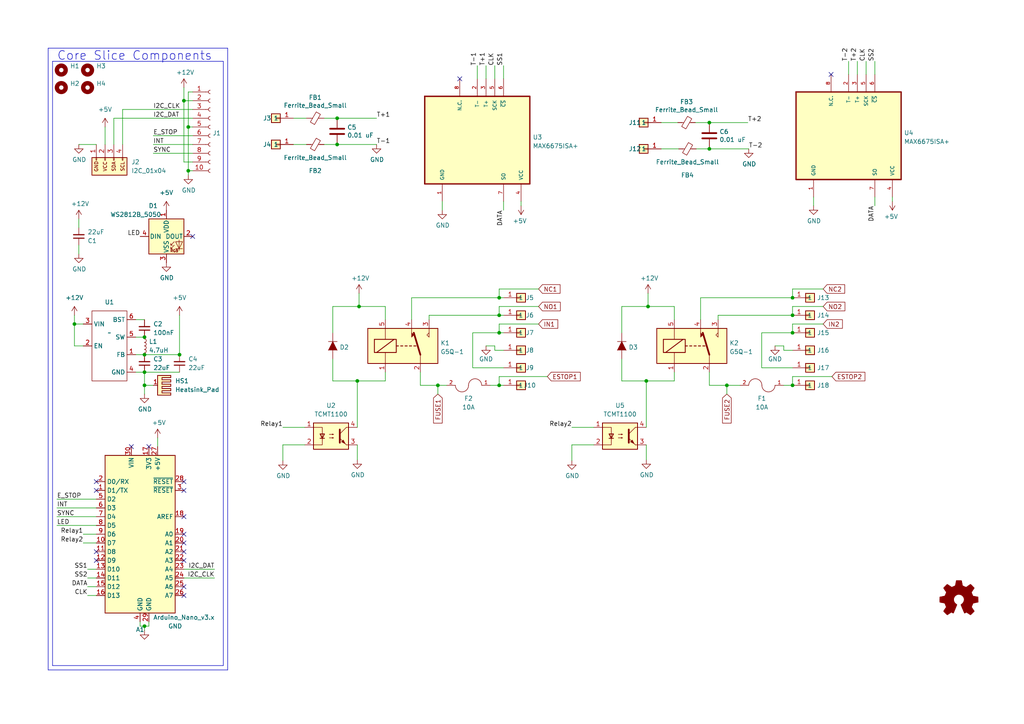
<source format=kicad_sch>
(kicad_sch (version 20230121) (generator eeschema)
  (paper "A4")
  (lib_symbols
    (symbol "Connector:Conn_01x10_Female" (pin_names (offset 1.016) hide)
      (property "Reference" "J" (at 0 12.7 0))
      (property "Value" "Conn_01x10_Female" (at 0 -15.24 0))
      (symbol "Conn_01x10_Female_1_1"
        (pin passive line (at -5.08 10.16 0) (length 3.81) (name "Pin_1") (number "1"))
        (pin passive line (at -5.08 -12.7 0) (length 3.81) (name "Pin_10") (number "10"))
        (pin passive line (at -5.08 7.62 0) (length 3.81) (name "Pin_2") (number "2"))
        (pin passive line (at -5.08 5.08 0) (length 3.81) (name "Pin_3") (number "3"))
        (pin passive line (at -5.08 2.54 0) (length 3.81) (name "Pin_4") (number "4"))
        (pin passive line (at -5.08 0 0) (length 3.81) (name "Pin_5") (number "5"))
        (pin passive line (at -5.08 -2.54 0) (length 3.81) (name "Pin_6") (number "6"))
        (pin passive line (at -5.08 -5.08 0) (length 3.81) (name "Pin_7") (number "7"))
        (pin passive line (at -5.08 -7.62 0) (length 3.81) (name "Pin_8") (number "8"))
        (pin passive line (at -5.08 -10.16 0) (length 3.81) (name "Pin_9") (number "9"))
      )
    )
    (symbol "Device:C" (pin_numbers hide) (pin_names (offset 0.254))
      (property "Reference" "C" (at 0.635 2.54 0))
      (property "Value" "C" (at 0.635 -2.54 0))
      (symbol "C_1_1"
        (pin passive line (at 0 3.81 270) (length 2.794) (name "~") (number "1"))
        (pin passive line (at 0 -3.81 90) (length 2.794) (name "~") (number "2"))
      )
    )
    (symbol "Device:C_Small" (pin_numbers hide) (pin_names (offset 0.254) hide)
      (property "Reference" "C" (at 0.254 1.778 0))
      (property "Value" "C_Small" (at 0.254 -2.032 0))
      (symbol "C_Small_1_1"
        (pin passive line (at 0 2.54 270) (length 2.032) (name "~") (number "1"))
        (pin passive line (at 0 -2.54 90) (length 2.032) (name "~") (number "2"))
      )
    )
    (symbol "Device:Ferrite_Bead_Small" (pin_numbers hide) (pin_names (offset 0))
      (property "Reference" "FB" (at 1.905 1.27 0))
      (property "Value" "Device_Ferrite_Bead_Small" (at 1.905 -1.27 0))
      (symbol "Ferrite_Bead_Small_1_1"
        (pin passive line (at 0 2.54 270) (length 1.27) (name "~") (number "1"))
        (pin passive line (at 0 -2.54 90) (length 1.27) (name "~") (number "2"))
      )
    )
    (symbol "Device:L_Small" (pin_numbers hide) (pin_names (offset 0.254) hide)
      (property "Reference" "L" (at 0.762 1.016 0))
      (property "Value" "L_Small" (at 0.762 -1.016 0))
      (symbol "L_Small_1_1"
        (pin passive line (at 0 2.54 270) (length 0.508) (name "~") (number "1"))
        (pin passive line (at 0 -2.54 90) (length 0.508) (name "~") (number "2"))
      )
    )
    (symbol "Graphic:Logo_Open_Hardware_Small" (in_bom no) (on_board no))
    (symbol "Isolator:TCMT1100" (pin_names (offset 1.016))
      (property "Reference" "U" (at 0 5.08 0))
      (property "Value" "TCMT1100" (at 0 -5.08 0))
      (symbol "TCMT1100_1_1"
        (pin passive line (at -7.62 2.54 0) (length 2.54) (name "~") (number "1"))
        (pin passive line (at -7.62 -2.54 0) (length 2.54) (name "~") (number "2"))
        (pin passive line (at 7.62 -2.54 180) (length 2.54) (name "~") (number "3"))
        (pin passive line (at 7.62 2.54 180) (length 2.54) (name "~") (number "4"))
      )
    )
    (symbol "MAX6675ISA_:MAX6675ISA+" (pin_names (offset 1.016))
      (property "Reference" "U" (at -12.7 16.2306 0))
      (property "Value" "MAX6675ISA+" (at -12.7 -19.2278 0))
      (symbol "MAX6675ISA+_0_0"
        (pin power_in line (at 17.78 -10.16 180) (length 5.08) (name "GND") (number "1"))
        (pin input line (at -17.78 0 0) (length 5.08) (name "T-") (number "2"))
        (pin input line (at -17.78 2.54 0) (length 5.08) (name "T+") (number "3"))
        (pin power_in line (at 17.78 12.7 180) (length 5.08) (name "VCC") (number "4"))
        (pin input line (at -17.78 5.08 0) (length 5.08) (name "SCK") (number "5"))
        (pin input line (at -17.78 7.62 0) (length 5.08) (name "~{CS}") (number "6"))
        (pin output line (at 17.78 7.62 180) (length 5.08) (name "SO") (number "7"))
        (pin bidirectional line (at -17.78 -5.08 0) (length 5.08) (name "N.C.") (number "8"))
      )
    )
    (symbol "MCU_Module:Arduino_Nano_v3.x"
      (property "Reference" "A" (at -10.16 23.495 0))
      (property "Value" "Arduino_Nano_v3.x" (at 5.08 -24.13 0))
      (symbol "Arduino_Nano_v3.x_1_1"
        (pin bidirectional line (at -12.7 12.7 0) (length 2.54) (name "D1/TX") (number "1"))
        (pin bidirectional line (at -12.7 -2.54 0) (length 2.54) (name "D7") (number "10"))
        (pin bidirectional line (at -12.7 -5.08 0) (length 2.54) (name "D8") (number "11"))
        (pin bidirectional line (at -12.7 -7.62 0) (length 2.54) (name "D9") (number "12"))
        (pin bidirectional line (at -12.7 -10.16 0) (length 2.54) (name "D10") (number "13"))
        (pin bidirectional line (at -12.7 -12.7 0) (length 2.54) (name "D11") (number "14"))
        (pin bidirectional line (at -12.7 -15.24 0) (length 2.54) (name "D12") (number "15"))
        (pin bidirectional line (at -12.7 -17.78 0) (length 2.54) (name "D13") (number "16"))
        (pin power_out line (at 2.54 25.4 270) (length 2.54) (name "3V3") (number "17"))
        (pin input line (at 12.7 5.08 180) (length 2.54) (name "AREF") (number "18"))
        (pin bidirectional line (at 12.7 0 180) (length 2.54) (name "A0") (number "19"))
        (pin bidirectional line (at -12.7 15.24 0) (length 2.54) (name "D0/RX") (number "2"))
        (pin bidirectional line (at 12.7 -2.54 180) (length 2.54) (name "A1") (number "20"))
        (pin bidirectional line (at 12.7 -5.08 180) (length 2.54) (name "A2") (number "21"))
        (pin bidirectional line (at 12.7 -7.62 180) (length 2.54) (name "A3") (number "22"))
        (pin bidirectional line (at 12.7 -10.16 180) (length 2.54) (name "A4") (number "23"))
        (pin bidirectional line (at 12.7 -12.7 180) (length 2.54) (name "A5") (number "24"))
        (pin bidirectional line (at 12.7 -15.24 180) (length 2.54) (name "A6") (number "25"))
        (pin bidirectional line (at 12.7 -17.78 180) (length 2.54) (name "A7") (number "26"))
        (pin power_out line (at 5.08 25.4 270) (length 2.54) (name "+5V") (number "27"))
        (pin input line (at 12.7 15.24 180) (length 2.54) (name "~{RESET}") (number "28"))
        (pin power_in line (at 2.54 -25.4 90) (length 2.54) (name "GND") (number "29"))
        (pin input line (at 12.7 12.7 180) (length 2.54) (name "~{RESET}") (number "3"))
        (pin power_in line (at -2.54 25.4 270) (length 2.54) (name "VIN") (number "30"))
        (pin power_in line (at 0 -25.4 90) (length 2.54) (name "GND") (number "4"))
        (pin bidirectional line (at -12.7 10.16 0) (length 2.54) (name "D2") (number "5"))
        (pin bidirectional line (at -12.7 7.62 0) (length 2.54) (name "D3") (number "6"))
        (pin bidirectional line (at -12.7 5.08 0) (length 2.54) (name "D4") (number "7"))
        (pin bidirectional line (at -12.7 2.54 0) (length 2.54) (name "D5") (number "8"))
        (pin bidirectional line (at -12.7 0 0) (length 2.54) (name "D6") (number "9"))
      )
    )
    (symbol "Mechanical:Heatsink_Pad" (pin_names (offset 0))
      (property "Reference" "HS" (at 0 5.715 0))
      (property "Value" "Heatsink_Pad" (at 0 3.81 0))
      (symbol "Heatsink_Pad_1_1"
        (pin passive line (at 0 -2.54 90) (length 1.27) (name "~") (number "1"))
      )
    )
    (symbol "Mechanical:MountingHole" (pin_names (offset 1.016))
      (property "Reference" "H" (at 0 5.08 0))
      (property "Value" "MountingHole" (at 0 3.175 0))
    )
    (symbol "OCI_UPL_11_Mechanical:FUSE_Blade" (pin_names (offset 0.254))
      (property "Reference" "F" (at 2.54 1.27 0))
      (property "Value" "FUSE_Blade" (at 0 -3.81 0))
      (symbol "FUSE_Blade_1_1"
        (pin input line (at -6.35 0 0) (length 2.54) (name "~") (number "1"))
        (pin input line (at 6.35 0 180) (length 2.54) (name "~") (number "2"))
      )
    )
    (symbol "OCI_UPL_4_Semiconductors:General_Purpose_Diode" (pin_numbers hide) (pin_names (offset 1.016) hide)
      (property "Reference" "D" (at 0 2.54 0))
      (symbol "General_Purpose_Diode_1_1"
        (pin passive line (at -3.81 0 0) (length 2.54) (name "K") (number "1"))
        (pin passive line (at 3.81 0 180) (length 2.54) (name "A") (number "2"))
      )
    )
    (symbol "Relay:G5Q-1"
      (property "Reference" "K" (at 11.43 3.81 0))
      (property "Value" "G5Q-1" (at 11.43 1.27 0))
      (symbol "G5Q-1_1_1"
        (pin passive line (at -5.08 -7.62 90) (length 2.54) (name "~") (number "1"))
        (pin passive line (at 5.08 -7.62 90) (length 2.54) (name "~") (number "2"))
        (pin passive line (at 7.62 7.62 270) (length 2.54) (name "~") (number "3"))
        (pin passive line (at 2.54 7.62 270) (length 2.54) (name "~") (number "4"))
        (pin passive line (at -5.08 7.62 270) (length 2.54) (name "~") (number "5"))
      )
    )
    (symbol "SparkFun-Connector:I2C_01x04" (pin_names (offset 1.016) hide)
      (property "Reference" "J" (at 0 5.08 0))
      (property "Value" "I2C_01x04" (at 0 -7.62 0))
      (symbol "I2C_01x04_1_1"
        (text "GND" (at 1.27 -5.08 0) (effects (font (size 1 1))))
        (text "SCL" (at 1.27 2.54 0) (effects (font (size 1 1))))
        (text "SDA" (at 1.27 0 0) (effects (font (size 1 1))))
        (text "VCC" (at 1.27 -2.54 0) (effects (font (size 1 1))))
        (pin passive line (at -5.08 -5.08 0) (length 3.81) (name "Pin_1") (number "1"))
        (pin passive line (at -5.08 -2.54 0) (length 3.81) (name "Pin_2") (number "2"))
        (pin passive line (at -5.08 0 0) (length 3.81) (name "Pin_3") (number "3"))
        (pin passive line (at -5.08 2.54 0) (length 3.81) (name "Pin_4") (number "4"))
      )
    )
    (symbol "SparkFun-Connector:Term_PressFit_Phoenix_Contact"
      (property "Reference" "J" (at 7.62 -1.27 0))
      (property "Value" "Term_PressFit_Phoenix_Contact" (at 3.81 3.81 0))
      (symbol "Term_PressFit_Phoenix_Contact_1_1"
        (pin passive line (at 0 0 0) (length 3.81) (name "1") (number "1"))
      )
    )
    (symbol "SparkFun-DiscreteSemi:AP63205"
      (property "Reference" "U" (at 0 7.62 0))
      (symbol "AP63205_1_1"
        (pin input line (at 7.62 -6.35 180) (length 2.54) (name "FB") (number "1"))
        (pin input line (at -7.62 -3.81 0) (length 2.54) (name "EN") (number "2"))
        (pin input line (at -7.62 2.54 0) (length 2.54) (name "VIN") (number "3"))
        (pin input line (at 7.62 -11.43 180) (length 2.54) (name "GND") (number "4"))
        (pin input line (at 7.62 -1.27 180) (length 2.54) (name "SW") (number "5"))
        (pin input line (at 7.62 3.81 180) (length 2.54) (name "BST") (number "6"))
      )
    )
    (symbol "SparkFun-LED:WS2812B_5050" (pin_names (offset 0.254))
      (property "Reference" "D" (at 5.08 5.715 0))
      (property "Value" "WS2812B_5050" (at 1.27 -5.715 0))
      (symbol "WS2812B_5050_0_0"
        (text "RGB" (at 2.286 -4.191 0) (effects (font (size 0.762 0.762))))
      )
      (symbol "WS2812B_5050_1_1"
        (pin power_in line (at 0 7.62 270) (length 2.54) (name "VDD") (number "1"))
        (pin output line (at 7.62 0 180) (length 2.54) (name "DOUT") (number "2"))
        (pin power_in line (at 0 -7.62 90) (length 2.54) (name "VSS") (number "3"))
        (pin input line (at -7.62 0 0) (length 2.54) (name "DIN") (number "4"))
      )
    )
    (symbol "power:+12V" (power) (pin_names (offset 0))
      (property "Value" "+12V" (at 0 3.556 0))
      (symbol "+12V_1_1"
        (pin power_in line (at 0 0 90) (length 0) hide (name "+12V") (number "1"))
      )
    )
    (symbol "power:+5V" (power) (pin_names (offset 0))
      (property "Value" "+5V" (at 0 3.556 0))
      (symbol "+5V_1_1"
        (pin power_in line (at 0 0 90) (length 0) hide (name "+5V") (number "1"))
      )
    )
    (symbol "power:GND" (power) (pin_names (offset 0))
      (property "Value" "GND" (at 0 -3.81 0))
      (symbol "GND_1_1"
        (pin power_in line (at 0 0 270) (length 0) hide (name "GND") (number "1"))
      )
    )
  )
  (junction (at 104.14 88.9))
  (junction (at 210.82 111.76))
  (junction (at 54.61 49.53))
  (junction (at 229.87 96.52))
  (junction (at 41.91 107.95))
  (junction (at 97.79 41.91))
  (junction (at 41.91 111.76))
  (junction (at 229.87 91.44))
  (junction (at 187.96 88.9))
  (junction (at 41.91 102.87))
  (junction (at 53.34 29.21))
  (junction (at 41.91 181.61))
  (junction (at 103.632 110.49))
  (junction (at 54.61 36.83))
  (junction (at 187.452 110.49))
  (junction (at 205.74 43.18))
  (junction (at 144.78 96.52))
  (junction (at 52.07 102.87))
  (junction (at 229.87 86.36))
  (junction (at 144.78 86.36))
  (junction (at 144.78 91.44))
  (junction (at 97.79 34.29))
  (junction (at 41.91 97.79))
  (junction (at 205.74 35.56))
  (junction (at 229.87 111.76))
  (junction (at 21.59 93.98))
  (junction (at 127 111.76))
  (junction (at 144.78 111.76))
  (no_connect (at 53.34 162.56))
  (no_connect (at 53.34 149.86))
  (no_connect (at 27.94 142.24))
  (no_connect (at 241.046 21.59))
  (no_connect (at 53.34 154.94))
  (no_connect (at 27.94 162.56))
  (no_connect (at 27.94 139.7))
  (no_connect (at 38.1 129.54))
  (no_connect (at 43.18 129.54))
  (no_connect (at 27.94 160.02))
  (no_connect (at 53.34 160.02))
  (no_connect (at 53.34 172.72))
  (no_connect (at 53.34 170.18))
  (no_connect (at 53.34 139.7))
  (no_connect (at 53.34 142.24))
  (no_connect (at 53.34 157.48))
  (no_connect (at 55.88 68.58))
  (no_connect (at 133.35 22.86))
  (polyline (pts (xy 66.04 194.31) (xy 66.04 13.97)))
  (wire (pts (xy 43.18 181.61) (xy 43.18 180.34)))
  (wire (pts (xy 25.4 172.72) (xy 27.94 172.72)))
  (wire (pts (xy 25.4 167.64) (xy 27.94 167.64)))
  (wire (pts (xy 124.46 91.44) (xy 124.46 92.71)))
  (wire (pts (xy 144.78 109.22) (xy 144.78 111.76)))
  (wire (pts (xy 220.9292 96.52) (xy 229.87 96.52)))
  (wire (pts (xy 124.46 91.44) (xy 144.78 91.44)))
  (wire (pts (xy 241.3 109.22) (xy 229.87 109.22)))
  (polyline (pts (xy 66.04 13.97) (xy 13.97 13.97)))
  (wire (pts (xy 22.86 71.12) (xy 22.86 73.66)))
  (wire (pts (xy 227.33 111.76) (xy 229.87 111.76)))
  (wire (pts (xy 165.862 129.032) (xy 172.212 129.032)))
  (wire (pts (xy 137.1092 96.52) (xy 144.78 96.52)))
  (wire (pts (xy 144.78 93.98) (xy 144.78 96.52)))
  (wire (pts (xy 96.52 88.9) (xy 96.52 96.52)))
  (wire (pts (xy 41.91 181.61) (xy 43.18 181.61)))
  (wire (pts (xy 220.9292 96.52) (xy 220.9292 106.68)))
  (wire (pts (xy 140.97 19.05) (xy 140.97 22.86)))
  (wire (pts (xy 103.632 110.49) (xy 103.632 123.952)))
  (wire (pts (xy 21.59 100.33) (xy 21.59 93.98)))
  (wire (pts (xy 144.78 96.52) (xy 146.05 96.52)))
  (wire (pts (xy 44.45 41.91) (xy 55.88 41.91)))
  (wire (pts (xy 187.96 88.9) (xy 195.58 88.9)))
  (polyline (pts (xy 13.97 13.97) (xy 13.97 194.31)))
  (wire (pts (xy 53.34 29.21) (xy 55.88 29.21)))
  (wire (pts (xy 180.34 104.14) (xy 180.34 110.49)))
  (wire (pts (xy 137.1092 106.68) (xy 146.05 106.68)))
  (wire (pts (xy 96.52 88.9) (xy 104.14 88.9)))
  (wire (pts (xy 103.632 110.49) (xy 111.76 110.49)))
  (wire (pts (xy 88.392 123.952) (xy 82.042 123.952)))
  (wire (pts (xy 248.666 17.78) (xy 248.666 21.59)))
  (wire (pts (xy 165.862 129.032) (xy 165.862 133.604)))
  (wire (pts (xy 39.37 92.71) (xy 41.91 92.71)))
  (wire (pts (xy 158.75 109.22) (xy 144.78 109.22)))
  (wire (pts (xy 205.74 35.56) (xy 216.916 35.56)))
  (wire (pts (xy 229.87 88.9) (xy 229.87 91.44)))
  (wire (pts (xy 227.33 100.33) (xy 224.79 100.33)))
  (wire (pts (xy 172.212 123.952) (xy 165.862 123.952)))
  (wire (pts (xy 205.74 111.76) (xy 205.74 107.95)))
  (wire (pts (xy 187.452 110.49) (xy 187.452 123.952)))
  (wire (pts (xy 146.05 19.05) (xy 146.05 22.86)))
  (polyline (pts (xy 13.97 194.31) (xy 66.04 194.31)))
  (wire (pts (xy 144.78 88.9) (xy 144.78 91.44)))
  (wire (pts (xy 205.74 111.76) (xy 210.82 111.76)))
  (wire (pts (xy 53.34 25.4) (xy 53.34 29.21)))
  (wire (pts (xy 142.24 111.76) (xy 144.78 111.76)))
  (wire (pts (xy 22.86 41.91) (xy 27.94 41.91)))
  (wire (pts (xy 85.09 34.29) (xy 88.9 34.29)))
  (wire (pts (xy 144.78 86.36) (xy 146.05 86.36)))
  (wire (pts (xy 54.61 49.53) (xy 54.61 36.83)))
  (wire (pts (xy 93.98 34.29) (xy 97.79 34.29)))
  (wire (pts (xy 93.98 41.91) (xy 97.79 41.91)))
  (wire (pts (xy 208.28 91.44) (xy 208.28 92.71)))
  (wire (pts (xy 187.96 85.09) (xy 187.96 88.9)))
  (wire (pts (xy 25.4 165.1) (xy 27.94 165.1)))
  (wire (pts (xy 55.88 39.37) (xy 44.45 39.37)))
  (wire (pts (xy 138.43 19.05) (xy 138.43 22.86)))
  (polyline (pts (xy 64.77 17.78) (xy 15.24 17.78)))
  (wire (pts (xy 195.58 92.71) (xy 195.58 88.9)))
  (wire (pts (xy 111.76 107.95) (xy 111.76 110.49)))
  (wire (pts (xy 229.87 109.22) (xy 229.87 111.76)))
  (wire (pts (xy 180.34 110.49) (xy 187.452 110.49)))
  (wire (pts (xy 229.87 83.82) (xy 229.87 86.36)))
  (wire (pts (xy 128.27 58.42) (xy 128.27 60.96)))
  (wire (pts (xy 238.76 93.98) (xy 229.87 93.98)))
  (wire (pts (xy 156.21 93.98) (xy 144.78 93.98)))
  (wire (pts (xy 156.21 88.9) (xy 144.78 88.9)))
  (wire (pts (xy 55.88 46.99) (xy 53.34 46.99)))
  (wire (pts (xy 44.45 44.45) (xy 55.88 44.45)))
  (wire (pts (xy 143.51 100.33) (xy 140.97 100.33)))
  (wire (pts (xy 144.78 111.76) (xy 146.05 111.76)))
  (wire (pts (xy 227.33 101.6) (xy 229.87 101.6)))
  (wire (pts (xy 96.52 104.14) (xy 96.52 110.49)))
  (wire (pts (xy 35.56 31.75) (xy 55.88 31.75)))
  (wire (pts (xy 16.51 149.86) (xy 27.94 149.86)))
  (wire (pts (xy 39.37 97.79) (xy 41.91 97.79)))
  (wire (pts (xy 227.33 101.6) (xy 227.33 100.33)))
  (wire (pts (xy 104.14 85.09) (xy 104.14 88.9)))
  (wire (pts (xy 143.51 101.6) (xy 143.51 100.33)))
  (wire (pts (xy 246.126 17.78) (xy 246.126 21.59)))
  (wire (pts (xy 251.206 17.78) (xy 251.206 21.59)))
  (wire (pts (xy 238.76 88.9) (xy 229.87 88.9)))
  (wire (pts (xy 33.02 34.29) (xy 55.88 34.29)))
  (wire (pts (xy 180.34 88.9) (xy 180.34 96.52)))
  (wire (pts (xy 52.07 102.87) (xy 52.07 91.44)))
  (wire (pts (xy 156.21 83.82) (xy 144.78 83.82)))
  (wire (pts (xy 45.72 127) (xy 45.72 129.54)))
  (wire (pts (xy 40.64 180.34) (xy 40.64 181.61)))
  (wire (pts (xy 39.37 107.95) (xy 41.91 107.95)))
  (wire (pts (xy 21.59 100.33) (xy 24.13 100.33)))
  (wire (pts (xy 210.82 111.76) (xy 214.63 111.76)))
  (wire (pts (xy 41.91 107.95) (xy 52.07 107.95)))
  (wire (pts (xy 121.92 111.76) (xy 121.92 107.95)))
  (polyline (pts (xy 64.77 193.04) (xy 64.77 17.78)))
  (wire (pts (xy 97.79 41.91) (xy 109.22 41.91)))
  (wire (pts (xy 54.61 26.67) (xy 55.88 26.67)))
  (wire (pts (xy 151.13 58.42) (xy 151.13 59.69)))
  (wire (pts (xy 22.86 63.5) (xy 22.86 66.04)))
  (wire (pts (xy 44.45 111.76) (xy 41.91 111.76)))
  (wire (pts (xy 82.042 129.032) (xy 82.042 133.604)))
  (wire (pts (xy 137.1092 96.52) (xy 137.1092 106.68)))
  (wire (pts (xy 195.58 107.95) (xy 195.58 110.49)))
  (wire (pts (xy 119.38 86.36) (xy 144.78 86.36)))
  (wire (pts (xy 24.13 157.48) (xy 27.94 157.48)))
  (wire (pts (xy 127 111.76) (xy 129.54 111.76)))
  (wire (pts (xy 220.9292 106.68) (xy 229.87 106.68)))
  (wire (pts (xy 97.79 34.29) (xy 109.22 34.29)))
  (wire (pts (xy 203.2 86.36) (xy 229.87 86.36)))
  (wire (pts (xy 253.746 57.15) (xy 253.746 59.69)))
  (wire (pts (xy 187.452 133.35) (xy 187.452 129.032)))
  (polyline (pts (xy 15.24 193.04) (xy 64.77 193.04)))
  (wire (pts (xy 55.88 36.83) (xy 54.61 36.83)))
  (wire (pts (xy 16.51 152.4) (xy 27.94 152.4)))
  (wire (pts (xy 40.64 181.61) (xy 41.91 181.61)))
  (wire (pts (xy 41.91 102.87) (xy 52.07 102.87)))
  (wire (pts (xy 143.51 101.6) (xy 146.05 101.6)))
  (wire (pts (xy 41.91 181.61) (xy 41.91 182.88)))
  (wire (pts (xy 121.92 111.76) (xy 127 111.76)))
  (wire (pts (xy 27.94 144.78) (xy 16.51 144.78)))
  (wire (pts (xy 180.34 88.9) (xy 187.96 88.9)))
  (wire (pts (xy 25.4 170.18) (xy 27.94 170.18)))
  (wire (pts (xy 187.452 110.49) (xy 195.58 110.49)))
  (wire (pts (xy 127 111.76) (xy 127 114.3)))
  (wire (pts (xy 53.34 46.99) (xy 53.34 29.21)))
  (wire (pts (xy 104.14 88.9) (xy 111.76 88.9)))
  (wire (pts (xy 96.52 110.49) (xy 103.632 110.49)))
  (wire (pts (xy 54.61 50.8) (xy 54.61 49.53)))
  (wire (pts (xy 144.78 91.44) (xy 146.05 91.44)))
  (wire (pts (xy 201.676 35.56) (xy 205.74 35.56)))
  (wire (pts (xy 16.51 147.32) (xy 27.94 147.32)))
  (wire (pts (xy 53.34 167.64) (xy 62.23 167.64)))
  (wire (pts (xy 191.77 43.18) (xy 196.85 43.18)))
  (wire (pts (xy 253.746 17.78) (xy 253.746 21.59)))
  (wire (pts (xy 143.51 19.05) (xy 143.51 22.86)))
  (wire (pts (xy 39.37 102.87) (xy 41.91 102.87)))
  (wire (pts (xy 203.2 92.71) (xy 203.2 86.36)))
  (wire (pts (xy 85.09 41.91) (xy 88.9 41.91)))
  (wire (pts (xy 54.61 36.83) (xy 54.61 26.67)))
  (wire (pts (xy 111.76 92.71) (xy 111.76 88.9)))
  (wire (pts (xy 24.13 154.94) (xy 27.94 154.94)))
  (wire (pts (xy 62.23 165.1) (xy 53.34 165.1)))
  (wire (pts (xy 205.74 43.18) (xy 217.17 43.18)))
  (wire (pts (xy 33.02 41.91) (xy 33.02 34.29)))
  (wire (pts (xy 119.38 92.71) (xy 119.38 86.36)))
  (wire (pts (xy 146.05 58.42) (xy 146.05 60.96)))
  (wire (pts (xy 229.87 93.98) (xy 229.87 96.52)))
  (wire (pts (xy 210.82 111.76) (xy 210.82 114.3)))
  (wire (pts (xy 103.632 133.35) (xy 103.632 129.032)))
  (wire (pts (xy 208.28 91.44) (xy 229.87 91.44)))
  (wire (pts (xy 55.88 49.53) (xy 54.61 49.53)))
  (wire (pts (xy 191.77 35.56) (xy 196.596 35.56)))
  (wire (pts (xy 35.56 41.91) (xy 35.56 31.75)))
  (wire (pts (xy 82.042 129.032) (xy 88.392 129.032)))
  (wire (pts (xy 201.93 43.18) (xy 205.74 43.18)))
  (wire (pts (xy 235.966 57.15) (xy 235.966 59.69)))
  (wire (pts (xy 41.91 111.76) (xy 41.91 107.95)))
  (wire (pts (xy 144.78 83.82) (xy 144.78 86.36)))
  (wire (pts (xy 21.59 93.98) (xy 24.13 93.98)))
  (wire (pts (xy 258.826 57.15) (xy 258.826 58.42)))
  (wire (pts (xy 41.91 114.3) (xy 41.91 111.76)))
  (wire (pts (xy 30.48 36.83) (xy 30.48 41.91)))
  (wire (pts (xy 21.59 91.44) (xy 21.59 93.98)))
  (polyline (pts (xy 15.24 17.78) (xy 15.24 193.04)))
  (wire (pts (xy 229.87 83.82) (xy 238.76 83.82)))
  (text "Core Slice Components" (at 16.51 17.78 0) (effects (font (size 2.54 2.54)) (justify left bottom)))
  (label "LED" (at 40.64 68.58 180))
  (label "LED" (at 16.51 152.4 0))
  (label "T+2" (at 248.666 17.78 90))
  (label "CLK" (at 143.51 19.05 90))
  (label "Relay1" (at 82.042 123.952 180))
  (label "T-2" (at 217.17 43.18 0))
  (label "I2C_CLK" (at 44.45 31.75 0))
  (label "I2C_DAT" (at 44.45 34.29 0))
  (label "E_STOP" (at 16.51 144.78 0))
  (label "E_STOP" (at 44.45 39.37 0))
  (label "CLK" (at 25.4 172.72 180))
  (label "SS2" (at 25.4 167.64 180))
  (label "DATA" (at 146.05 60.96 270))
  (label "DATA" (at 253.746 59.69 270))
  (label "T-1" (at 109.22 41.91 0))
  (label "Relay2" (at 24.13 157.48 180))
  (label "INT" (at 16.51 147.32 0))
  (label "Relay1" (at 24.13 154.94 180))
  (label "SS1" (at 146.05 19.05 90))
  (label "T-2" (at 246.126 17.78 90))
  (label "T+1" (at 109.22 34.29 0))
  (label "T+2" (at 216.916 35.56 0))
  (label "SYNC" (at 16.51 149.86 0))
  (label "T-1" (at 138.43 19.05 90))
  (label "CLK" (at 251.206 17.78 90))
  (label "SYNC" (at 44.45 44.45 0))
  (label "DATA" (at 25.4 170.18 180))
  (label "SS1" (at 25.4 165.1 180))
  (label "SS2" (at 253.746 17.78 90))
  (label "I2C_DAT" (at 62.23 165.1 180))
  (label "INT" (at 44.45 41.91 0))
  (label "T+1" (at 140.97 19.05 90))
  (label "I2C_CLK" (at 62.23 167.64 180))
  (label "Relay2" (at 165.862 123.952 180))
  (global_label "FUSE2" (shape input) (at 210.82 114.3 270) (property "Intersheetrefs" "${INTERSHEET_REFS}" (effects hide)))
  (global_label "ESTOP2" (shape input) (at 241.3 109.22 0) (property "Intersheetrefs" "${INTERSHEET_REFS}" (effects hide)))
  (global_label "NO1" (shape input) (at 156.21 88.9 0) (property "Intersheetrefs" "${INTERSHEET_REFS}" (effects hide)))
  (global_label "NC1" (shape input) (at 156.21 83.82 0) (property "Intersheetrefs" "${INTERSHEET_REFS}" (effects hide)))
  (global_label "IN1" (shape input) (at 156.21 93.98 0) (property "Intersheetrefs" "${INTERSHEET_REFS}" (effects hide)))
  (global_label "ESTOP1" (shape input) (at 158.75 109.22 0) (property "Intersheetrefs" "${INTERSHEET_REFS}" (effects hide)))
  (global_label "FUSE1" (shape input) (at 127 114.3 270) (property "Intersheetrefs" "${INTERSHEET_REFS}" (effects hide)))
  (global_label "NO2" (shape input) (at 238.76 88.9 0) (property "Intersheetrefs" "${INTERSHEET_REFS}" (effects hide)))
  (global_label "NC2" (shape input) (at 238.76 83.82 0) (property "Intersheetrefs" "${INTERSHEET_REFS}" (effects hide)))
  (global_label "IN2" (shape input) (at 238.76 93.98 0) (property "Intersheetrefs" "${INTERSHEET_REFS}" (effects hide)))
  (symbol (lib_id "power:GND") (at 41.91 182.88 0) (unit 1)
    (property "Reference" "#PWR07" (effects hide))
    (property "Value" "GND" (at 50.8 181.61 0))
  )
  (symbol (lib_id "power:+5V") (at 45.72 127 0) (unit 1)
    (property "Reference" "#PWR08" (effects hide))
    (property "Value" "+5V" (at 46.101 122.6058 0))
  )
  (symbol (lib_id "power:GND") (at 22.86 73.66 0) (unit 1)
    (property "Reference" "#PWR04" (effects hide))
    (property "Value" "GND" (at 22.987 78.0542 0))
  )
  (symbol (lib_id "Mechanical:MountingHole") (at 17.78 20.32 0) (unit 1)
    (property "Reference" "H1" (at 20.32 19.1516 0) (effects (justify left)))
    (property "Value" "MountingHole" (effects hide))
    (property "Footprint" "MountingHole:MountingHole_5mm" (effects hide))
  )
  (symbol (lib_id "Mechanical:MountingHole") (at 17.78 25.4 0) (unit 1)
    (property "Reference" "H2" (at 20.32 24.2316 0) (effects (justify left)))
    (property "Value" "MountingHole" (effects hide))
    (property "Footprint" "MountingHole:MountingHole_5mm" (effects hide))
  )
  (symbol (lib_id "Mechanical:MountingHole") (at 25.4 20.32 0) (unit 1)
    (property "Reference" "H3" (at 27.94 19.1516 0) (effects (justify left)))
    (property "Value" "MountingHole" (effects hide))
    (property "Footprint" "MountingHole:MountingHole_5mm" (effects hide))
  )
  (symbol (lib_id "Mechanical:MountingHole") (at 25.4 25.4 0) (unit 1)
    (property "Reference" "H4" (at 27.94 24.2316 0) (effects (justify left)))
    (property "Value" "MountingHole" (effects hide))
    (property "Footprint" "MountingHole:MountingHole_5mm" (effects hide))
  )
  (symbol (lib_id "MCU_Module:Arduino_Nano_v3.x") (at 40.64 154.94 0) (unit 1)
    (property "Reference" "A1" (at 40.64 182.6006 0))
    (property "Value" "Arduino_Nano_v3.x" (at 53.34 179.07 0))
    (property "Footprint" "Module:Arduino_Nano" (effects hide))
    (property "Datasheet" "http://www.mouser.com/pdfdocs/Gravitech_Arduino_Nano3_0.pdf" (effects hide))
  )
  (symbol (lib_id "Graphic:Logo_Open_Hardware_Small") (at 278.13 173.99 0) (unit 1)
    (property "Reference" "#SYM1" (effects hide))
    (property "Value" "Logo_Open_Hardware_Small" (effects hide))
    (property "Footprint" "Symbol:OSHW-Symbol_6.7x6mm_SilkScreen" (effects hide))
    (property "Sim.Enable" "0" (effects hide))
  )
  (symbol (lib_id "Connector:Conn_01x10_Female") (at 60.96 36.83 0) (unit 1)
    (property "Reference" "J1" (at 61.6712 38.608 0) (effects (justify left)))
    (property "Value" "Conn_01x10_Female" (effects hide))
    (property "Footprint" "Connector_PinSocket_2.54mm:PinSocket_1x10_P2.54mm_Horizontal" (effects hide))
  )
  (symbol (lib_id "power:+12V") (at 53.34 25.4 0) (unit 1)
    (property "Reference" "#PWR012" (effects hide))
    (property "Value" "+12V" (at 53.721 21.0058 0))
  )
  (symbol (lib_id "power:GND") (at 54.61 50.8 0) (unit 1)
    (property "Reference" "#PWR013" (effects hide))
    (property "Value" "GND" (at 54.737 55.1942 0))
  )
  (symbol (lib_id "power:+12V") (at 22.86 63.5 0) (unit 1)
    (property "Reference" "#PWR03" (effects hide))
    (property "Value" "+12V" (at 23.241 59.1058 0))
  )
  (symbol (lib_id "Device:Ferrite_Bead_Small") (at 91.44 34.29 270) (unit 1)
    (property "Reference" "FB1" (at 91.44 28.2702 90))
    (property "Value" "Ferrite_Bead_Small" (at 91.44 30.5816 90))
    (property "Footprint" "Resistor_SMD:R_1206_3216Metric" (effects hide))
  )
  (symbol (lib_id "Device:Ferrite_Bead_Small") (at 91.44 41.91 270) (unit 1)
    (property "Reference" "FB2" (at 91.44 49.53 90))
    (property "Value" "Ferrite_Bead_Small" (at 91.44 45.72 90))
    (property "Footprint" "Resistor_SMD:R_1206_3216Metric" (effects hide))
  )
  (symbol (lib_id "Device:C") (at 97.79 38.1 0) (unit 1)
    (property "Reference" "C5" (at 100.711 36.9316 0) (effects (justify left)))
    (property "Value" "0.01 uF" (at 100.711 39.243 0) (effects (justify left)))
    (property "Footprint" "Capacitor_SMD:C_1206_3216Metric" (effects hide))
  )
  (symbol (lib_id "power:GND") (at 128.27 60.96 0) (unit 1)
    (property "Reference" "#PWR018" (effects hide))
    (property "Value" "GND" (at 128.397 65.3542 0))
  )
  (symbol (lib_id "SparkFun-Connector:Term_PressFit_Phoenix_Contact") (at 229.87 91.44 0) (unit 1)
    (property "Reference" "J14" (at 238.76 91.44 0))
    (property "Value" "Term_PressFit_Phoenix_Contact" (effects hide))
    (property "Footprint" "SparkFun-Connector:Term_PressFit_5mm_H_PC_HVRELAY" (effects hide))
    (property "Datasheet" "https://mm.digikey.com/Volume0/opasdata/d220001/medias/docus/365/1990779.pdf" (effects hide))
  )
  (symbol (lib_id "power:+5V") (at 151.13 59.69 180) (unit 1)
    (property "Reference" "#PWR020" (effects hide))
    (property "Value" "+5V" (at 150.749 64.0842 0))
  )
  (symbol (lib_id "SparkFun-Connector:Term_PressFit_Phoenix_Contact") (at 85.09 41.91 180) (unit 1)
    (property "Reference" "J4" (at 77.47 41.91 0))
    (property "Value" "Term_PressFit_Phoenix_Contact" (effects hide))
    (property "Footprint" "SparkFun-Connector:Term_PressFit_3.5mm_H_ENDCAP_PC" (effects hide))
    (property "Datasheet" "https://mm.digikey.com/Volume0/opasdata/d220001/medias/docus/365/1990779.pdf" (effects hide))
  )
  (symbol (lib_id "OCI_UPL_11_Mechanical:FUSE_Blade") (at 220.98 111.76 180) (unit 1)
    (property "Reference" "F1" (at 220.98 115.57 0))
    (property "Value" "10A" (at 220.98 118.11 0))
    (property "Footprint" "SparkFun-Fuse:Glass Fuse Clip 5x20MM" (effects hide))
    (property "Datasheet" "https://www.digikey.com/short/q7wbwz" (effects hide))
    (property "Part #" "3522-2" (effects hide))
    (property "UPL #" "11.003" (effects hide))
  )
  (symbol (lib_id "Device:Ferrite_Bead_Small") (at 199.39 43.18 270) (unit 1)
    (property "Reference" "FB4" (at 199.39 50.8 90))
    (property "Value" "Ferrite_Bead_Small" (at 199.39 46.99 90))
    (property "Footprint" "Resistor_SMD:R_1206_3216Metric" (effects hide))
  )
  (symbol (lib_id "SparkFun-Connector:Term_PressFit_Phoenix_Contact") (at 146.05 91.44 0) (unit 1)
    (property "Reference" "J6" (at 153.67 91.44 0))
    (property "Value" "Term_PressFit_Phoenix_Contact" (effects hide))
    (property "Footprint" "SparkFun-Connector:Term_PressFit_5mm_H_PC_HVRELAY" (effects hide))
    (property "Datasheet" "https://mm.digikey.com/Volume0/opasdata/d220001/medias/docus/365/1990779.pdf" (effects hide))
  )
  (symbol (lib_id "Device:C_Small") (at 41.91 95.25 180) (unit 1)
    (property "Reference" "C2" (at 44.45 93.9736 0) (effects (justify right)))
    (property "Value" "100nF" (at 44.45 96.5136 0) (effects (justify right)))
    (property "Footprint" "Capacitor_SMD:C_1206_3216Metric" (effects hide))
  )
  (symbol (lib_id "power:+12V") (at 21.59 91.44 0) (unit 1)
    (property "Reference" "#PWR01" (effects hide))
    (property "Value" "+12V" (at 21.59 86.36 0))
  )
  (symbol (lib_id "power:GND") (at 103.632 133.35 0) (unit 1)
    (property "Reference" "#PWR015" (effects hide))
    (property "Value" "GND" (at 103.759 137.7442 0))
  )
  (symbol (lib_id "power:+12V") (at 187.96 85.09 0) (unit 1)
    (property "Reference" "#PWR023" (effects hide))
    (property "Value" "+12V" (at 188.341 80.6958 0))
  )
  (symbol (lib_id "Device:C_Small") (at 41.91 105.41 180) (unit 1)
    (property "Reference" "C3" (at 44.45 104.1336 0) (effects (justify right)))
    (property "Value" "22uF" (at 44.45 106.6736 0) (effects (justify right)))
    (property "Footprint" "Capacitor_SMD:C_1206_3216Metric" (effects hide))
  )
  (symbol (lib_id "power:GND") (at 187.452 133.35 0) (unit 1)
    (property "Reference" "#PWR022" (effects hide))
    (property "Value" "GND" (at 187.579 137.7442 0))
  )
  (symbol (lib_id "Isolator:TCMT1100") (at 96.012 126.492 0) (unit 1)
    (property "Reference" "U2" (at 96.012 117.602 0))
    (property "Value" "TCMT1100" (at 96.012 120.142 0))
    (property "Footprint" "Package_SO:SOP-4_4.4x2.6mm_P1.27mm" (effects hide))
    (property "Datasheet" "http://www.vishay.com/docs/83510/tcmt1100.pdf" (effects hide))
  )
  (symbol (lib_id "power:GND") (at 140.97 100.33 0) (unit 1)
    (property "Reference" "#PWR019" (effects hide))
    (property "Value" "GND" (at 140.97 104.14 0))
  )
  (symbol (lib_id "power:GND") (at 82.042 133.604 0) (unit 1)
    (property "Reference" "#PWR014" (effects hide))
    (property "Value" "GND" (at 82.169 137.9982 0))
  )
  (symbol (lib_id "SparkFun-Connector:Term_PressFit_Phoenix_Contact") (at 229.87 101.6 0) (unit 1)
    (property "Reference" "J16" (at 238.76 101.6 0))
    (property "Value" "Term_PressFit_Phoenix_Contact" (effects hide))
    (property "Footprint" "SparkFun-Connector:Term_PressFit_5mm_H_PC_HVRELAY" (effects hide))
    (property "Datasheet" "https://mm.digikey.com/Volume0/opasdata/d220001/medias/docus/365/1990779.pdf" (effects hide))
  )
  (symbol (lib_id "MAX6675ISA_:MAX6675ISA+") (at 246.126 39.37 270) (unit 1)
    (property "Reference" "U4" (at 262.2042 38.5353 90) (effects (justify left)))
    (property "Value" "MAX6675ISA+" (at 262.2042 41.0722 90) (effects (justify left)))
    (property "Footprint" "MAX6675ISA_:SOIC127P600X175-8N" (effects hide))
  )
  (symbol (lib_id "SparkFun-DiscreteSemi:AP63205") (at 31.75 96.52 0) (unit 1)
    (property "Reference" "U1" (at 31.75 87.63 0))
    (property "Value" "~" (at 31.75 96.52 0))
    (property "Footprint" "Package_TO_SOT_SMD:TSOT-23-6" (effects hide))
  )
  (symbol (lib_id "power:+12V") (at 104.14 85.09 0) (unit 1)
    (property "Reference" "#PWR016" (effects hide))
    (property "Value" "+12V" (at 104.521 80.6958 0))
  )
  (symbol (lib_id "power:GND") (at 235.966 59.69 0) (unit 1)
    (property "Reference" "#PWR026" (effects hide))
    (property "Value" "GND" (at 236.093 64.0842 0))
  )
  (symbol (lib_id "OCI_UPL_4_Semiconductors:General_Purpose_Diode") (at 96.52 100.33 270) (unit 1)
    (property "Reference" "D2" (at 98.5012 100.7257 90) (effects (justify left)))
    (property "Value" "General_Purpose_Diode" (effects hide))
    (property "Footprint" "Diode_THT:D_DO-35_SOD27_P7.62mm_Horizontal" (effects hide))
    (property "Datasheet" "https://www.digikey.com/short/q75wqm" (effects hide))
    (property "Part #" "1N914BWS" (effects hide))
    (property "UPL #" "4.001" (effects hide))
  )
  (symbol (lib_id "OCI_UPL_4_Semiconductors:General_Purpose_Diode") (at 180.34 100.33 270) (unit 1)
    (property "Reference" "D3" (at 182.3212 100.7257 90) (effects (justify left)))
    (property "Value" "General_Purpose_Diode" (effects hide))
    (property "Footprint" "Diode_THT:D_DO-35_SOD27_P7.62mm_Horizontal" (effects hide))
    (property "Datasheet" "https://www.digikey.com/short/q75wqm" (effects hide))
    (property "Part #" "1N914BWS" (effects hide))
    (property "UPL #" "4.001" (effects hide))
  )
  (symbol (lib_id "OCI_UPL_11_Mechanical:FUSE_Blade") (at 135.89 111.76 0) (mirror y) (unit 1)
    (property "Reference" "F2" (at 135.89 115.57 0))
    (property "Value" "10A" (at 135.89 118.11 0))
    (property "Footprint" "SparkFun-Fuse:Glass Fuse Clip 5x20MM" (effects hide))
    (property "Datasheet" "https://www.digikey.com/short/q7wbwz" (effects hide))
    (property "Part #" "3522-2" (effects hide))
    (property "UPL #" "11.003" (effects hide))
  )
  (symbol (lib_id "SparkFun-Connector:Term_PressFit_Phoenix_Contact") (at 229.87 106.68 0) (unit 1)
    (property "Reference" "J17" (at 238.76 106.68 0))
    (property "Value" "Term_PressFit_Phoenix_Contact" (effects hide))
    (property "Footprint" "SparkFun-Connector:Term_PressFit_5mm_H_PC_HVRELAY" (effects hide))
    (property "Datasheet" "https://mm.digikey.com/Volume0/opasdata/d220001/medias/docus/365/1990779.pdf" (effects hide))
  )
  (symbol (lib_id "SparkFun-Connector:Term_PressFit_Phoenix_Contact") (at 191.77 43.18 180) (unit 1)
    (property "Reference" "J12" (at 184.15 43.18 0))
    (property "Value" "Term_PressFit_Phoenix_Contact" (effects hide))
    (property "Footprint" "SparkFun-Connector:Term_PressFit_3.5mm_H_PC" (effects hide))
    (property "Datasheet" "https://mm.digikey.com/Volume0/opasdata/d220001/medias/docus/365/1990779.pdf" (effects hide))
  )
  (symbol (lib_id "power:GND") (at 41.91 114.3 0) (unit 1)
    (property "Reference" "#PWR06" (effects hide))
    (property "Value" "GND" (at 42.037 118.6942 0))
  )
  (symbol (lib_id "SparkFun-Connector:Term_PressFit_Phoenix_Contact") (at 191.77 35.56 180) (unit 1)
    (property "Reference" "J11" (at 184.15 35.56 0))
    (property "Value" "Term_PressFit_Phoenix_Contact" (effects hide))
    (property "Footprint" "SparkFun-Connector:Term_PressFit_3.5mm_H_PC" (effects hide))
    (property "Datasheet" "https://mm.digikey.com/Volume0/opasdata/d220001/medias/docus/365/1990779.pdf" (effects hide))
  )
  (symbol (lib_id "Mechanical:Heatsink_Pad") (at 46.99 111.76 270) (unit 1)
    (property "Reference" "HS1" (at 50.8 110.4773 90) (effects (justify left)))
    (property "Value" "Heatsink_Pad" (at 50.8 113.0173 90) (effects (justify left)))
    (property "Footprint" "SparkFun-Fuse:Thermal Pad" (effects hide))
  )
  (symbol (lib_id "SparkFun-Connector:Term_PressFit_Phoenix_Contact") (at 85.09 34.29 180) (unit 1)
    (property "Reference" "J3" (at 77.47 34.29 0))
    (property "Value" "Term_PressFit_Phoenix_Contact" (effects hide))
    (property "Footprint" "SparkFun-Connector:Term_PressFit_3.5mm_H_PC" (effects hide))
    (property "Datasheet" "https://mm.digikey.com/Volume0/opasdata/d220001/medias/docus/365/1990779.pdf" (effects hide))
  )
  (symbol (lib_id "power:GND") (at 109.22 41.91 0) (unit 1)
    (property "Reference" "#PWR017" (effects hide))
    (property "Value" "GND" (at 109.347 46.3042 0))
  )
  (symbol (lib_id "Isolator:TCMT1100") (at 179.832 126.492 0) (unit 1)
    (property "Reference" "U5" (at 179.832 117.602 0))
    (property "Value" "TCMT1100" (at 179.832 120.142 0))
    (property "Footprint" "Package_SO:SOP-4_4.4x2.6mm_P1.27mm" (effects hide))
    (property "Datasheet" "http://www.vishay.com/docs/83510/tcmt1100.pdf" (effects hide))
  )
  (symbol (lib_id "power:+5V") (at 258.826 58.42 180) (unit 1)
    (property "Reference" "#PWR027" (effects hide))
    (property "Value" "+5V" (at 258.445 62.8142 0))
  )
  (symbol (lib_id "Device:L_Small") (at 41.91 100.33 0) (unit 1)
    (property "Reference" "L1" (at 43.18 99.06 0) (effects (justify left)))
    (property "Value" "4.7uH" (at 43.18 101.6 0) (effects (justify left)))
    (property "Footprint" "Inductor_SMD:L_1210_3225Metric" (effects hide))
  )
  (symbol (lib_id "SparkFun-Connector:Term_PressFit_Phoenix_Contact") (at 146.05 96.52 0) (unit 1)
    (property "Reference" "J7" (at 153.67 96.52 0))
    (property "Value" "Term_PressFit_Phoenix_Contact" (effects hide))
    (property "Footprint" "SparkFun-Connector:Term_PressFit_5mm_H_PC_HVRELAY" (effects hide))
    (property "Datasheet" "https://mm.digikey.com/Volume0/opasdata/d220001/medias/docus/365/1990779.pdf" (effects hide))
  )
  (symbol (lib_id "power:+5V") (at 30.48 36.83 0) (unit 1)
    (property "Reference" "#PWR05" (effects hide))
    (property "Value" "+5V" (at 30.48 31.75 0))
  )
  (symbol (lib_id "power:GND") (at 48.26 76.2 0) (unit 1)
    (property "Reference" "#PWR010" (effects hide))
    (property "Value" "GND" (at 48.387 80.5942 0))
  )
  (symbol (lib_id "power:+5V") (at 52.07 91.44 0) (unit 1)
    (property "Reference" "#PWR011" (effects hide))
    (property "Value" "+5V" (at 52.07 86.36 0))
  )
  (symbol (lib_id "Device:C_Small") (at 52.07 105.41 180) (unit 1)
    (property "Reference" "C4" (at 54.61 104.1336 0) (effects (justify right)))
    (property "Value" "22uF" (at 54.61 106.6736 0) (effects (justify right)))
    (property "Footprint" "Capacitor_SMD:C_1206_3216Metric" (effects hide))
  )
  (symbol (lib_id "power:GND") (at 217.17 43.18 0) (unit 1)
    (property "Reference" "#PWR024" (effects hide))
    (property "Value" "GND" (at 217.297 47.5742 0))
  )
  (symbol (lib_id "power:GND") (at 224.79 100.33 0) (unit 1)
    (property "Reference" "#PWR025" (effects hide))
    (property "Value" "GND" (at 224.79 104.14 0))
  )
  (symbol (lib_id "Device:Ferrite_Bead_Small") (at 199.136 35.56 270) (unit 1)
    (property "Reference" "FB3" (at 199.136 29.5402 90))
    (property "Value" "Ferrite_Bead_Small" (at 199.136 31.8516 90))
    (property "Footprint" "Resistor_SMD:R_1206_3216Metric" (effects hide))
  )
  (symbol (lib_id "power:GND") (at 22.86 41.91 0) (unit 1)
    (property "Reference" "#PWR02" (effects hide))
    (property "Value" "GND" (at 22.987 46.3042 0))
  )
  (symbol (lib_id "Device:C") (at 205.74 39.37 0) (unit 1)
    (property "Reference" "C6" (at 208.661 38.2016 0) (effects (justify left)))
    (property "Value" "0.01 uF" (at 208.661 40.513 0) (effects (justify left)))
    (property "Footprint" "Capacitor_SMD:C_1206_3216Metric" (effects hide))
  )
  (symbol (lib_id "MAX6675ISA_:MAX6675ISA+") (at 138.43 40.64 270) (unit 1)
    (property "Reference" "U3" (at 154.5082 39.8053 90) (effects (justify left)))
    (property "Value" "MAX6675ISA+" (at 154.5082 42.3422 90) (effects (justify left)))
    (property "Footprint" "MAX6675ISA_:SOIC127P600X175-8N" (effects hide))
  )
  (symbol (lib_id "SparkFun-Connector:Term_PressFit_Phoenix_Contact") (at 146.05 111.76 0) (unit 1)
    (property "Reference" "J10" (at 153.67 111.76 0))
    (property "Value" "Term_PressFit_Phoenix_Contact" (effects hide))
    (property "Footprint" "SparkFun-Connector:Term_PressFit_5mm_H_PC_HVRELAY" (effects hide))
    (property "Datasheet" "https://mm.digikey.com/Volume0/opasdata/d220001/medias/docus/365/1990779.pdf" (effects hide))
  )
  (symbol (lib_id "SparkFun-Connector:Term_PressFit_Phoenix_Contact") (at 229.87 96.52 0) (unit 1)
    (property "Reference" "J15" (at 238.76 96.52 0))
    (property "Value" "Term_PressFit_Phoenix_Contact" (effects hide))
    (property "Footprint" "SparkFun-Connector:Term_PressFit_5mm_H_PC_HVRELAY" (effects hide))
    (property "Datasheet" "https://mm.digikey.com/Volume0/opasdata/d220001/medias/docus/365/1990779.pdf" (effects hide))
  )
  (symbol (lib_id "power:+5V") (at 48.26 60.96 0) (unit 1)
    (property "Reference" "#PWR09" (effects hide))
    (property "Value" "+5V" (at 48.26 55.88 0))
  )
  (symbol (lib_id "power:GND") (at 165.862 133.604 0) (unit 1)
    (property "Reference" "#PWR021" (effects hide))
    (property "Value" "GND" (at 165.989 137.9982 0))
  )
  (symbol (lib_id "SparkFun-Connector:Term_PressFit_Phoenix_Contact") (at 229.87 86.36 0) (unit 1)
    (property "Reference" "J13" (at 238.76 86.36 0))
    (property "Value" "Term_PressFit_Phoenix_Contact" (effects hide))
    (property "Footprint" "SparkFun-Connector:Term_PressFit_5mm_H_PC_HVRELAY" (effects hide))
    (property "Datasheet" "https://mm.digikey.com/Volume0/opasdata/d220001/medias/docus/365/1990779.pdf" (effects hide))
  )
  (symbol (lib_id "Relay:G5Q-1") (at 200.66 100.33 0) (unit 1)
    (property "Reference" "K2" (at 211.582 99.4953 0) (effects (justify left)))
    (property "Value" "G5Q-1" (at 211.582 102.0322 0) (effects (justify left)))
    (property "Footprint" "Relay_THT:Relay_SPDT_Omron-G5Q-1" (effects hide))
    (property "Datasheet" "https://www.omron.com/ecb/products/pdf/en-g5q.pdf" (effects hide))
  )
  (symbol (lib_id "SparkFun-LED:WS2812B_5050") (at 48.26 68.58 0) (unit 1)
    (property "Reference" "D1" (at 44.45 59.69 0))
    (property "Value" "WS2812B_5050" (at 39.37 62.23 0))
    (property "Footprint" "SparkFun-LED:WS2812-5050-4PIN" (effects hide))
    (property "Datasheet" "https://cdn.sparkfun.com/datasheets/BreakoutBoards/WS2812B.pdf" (effects hide))
  )
  (symbol (lib_id "SparkFun-Connector:Term_PressFit_Phoenix_Contact") (at 146.05 101.6 0) (unit 1)
    (property "Reference" "J8" (at 153.67 101.6 0))
    (property "Value" "Term_PressFit_Phoenix_Contact" (effects hide))
    (property "Footprint" "SparkFun-Connector:Term_PressFit_5mm_H_PC_HVRELAY" (effects hide))
    (property "Datasheet" "https://mm.digikey.com/Volume0/opasdata/d220001/medias/docus/365/1990779.pdf" (effects hide))
  )
  (symbol (lib_id "SparkFun-Connector:Term_PressFit_Phoenix_Contact") (at 146.05 106.68 0) (unit 1)
    (property "Reference" "J9" (at 153.67 106.68 0))
    (property "Value" "Term_PressFit_Phoenix_Contact" (effects hide))
    (property "Footprint" "SparkFun-Connector:Term_PressFit_5mm_H_PC_HVRELAY" (effects hide))
    (property "Datasheet" "https://mm.digikey.com/Volume0/opasdata/d220001/medias/docus/365/1990779.pdf" (effects hide))
  )
  (symbol (lib_id "Relay:G5Q-1") (at 116.84 100.33 0) (unit 1)
    (property "Reference" "K1" (at 127.762 99.4953 0) (effects (justify left)))
    (property "Value" "G5Q-1" (at 127.762 102.0322 0) (effects (justify left)))
    (property "Footprint" "Relay_THT:Relay_SPDT_Omron-G5Q-1" (effects hide))
    (property "Datasheet" "https://www.omron.com/ecb/products/pdf/en-g5q.pdf" (effects hide))
  )
  (symbol (lib_id "Device:C_Small") (at 22.86 68.58 0) (mirror x) (unit 1)
    (property "Reference" "C1" (at 25.4 69.8437 0) (effects (justify left)))
    (property "Value" "22uF" (at 25.4 67.3037 0) (effects (justify left)))
    (property "Footprint" "Capacitor_SMD:C_1206_3216Metric" (effects hide))
  )
  (symbol (lib_id "SparkFun-Connector:Term_PressFit_Phoenix_Contact") (at 229.87 111.76 0) (unit 1)
    (property "Reference" "J18" (at 238.76 111.76 0))
    (property "Value" "Term_PressFit_Phoenix_Contact" (effects hide))
    (property "Footprint" "SparkFun-Connector:Term_PressFit_5mm_H_PC_HVRELAY" (effects hide))
    (property "Datasheet" "https://mm.digikey.com/Volume0/opasdata/d220001/medias/docus/365/1990779.pdf" (effects hide))
  )
  (symbol (lib_id "SparkFun-Connector:Term_PressFit_Phoenix_Contact") (at 146.05 86.36 0) (unit 1)
    (property "Reference" "J5" (at 153.67 86.36 0))
    (property "Value" "Term_PressFit_Phoenix_Contact" (effects hide))
    (property "Footprint" "SparkFun-Connector:Term_PressFit_5mm_H_ENDCAP_PC_HVRELAY" (effects hide))
    (property "Datasheet" "https://mm.digikey.com/Volume0/opasdata/d220001/medias/docus/365/1990779.pdf" (effects hide))
  )
  (symbol (lib_id "SparkFun-Connector:I2C_01x04") (at 33.02 46.99 270) (unit 1)
    (property "Reference" "J2" (at 38.1 46.99 90) (effects (justify left)))
    (property "Value" "I2C_01x04" (at 38.1 49.53 90) (effects (justify left)))
    (property "Footprint" "Connector_JST:JST_SH_SM04B-SRSS-TB_1x04-1MP_P1.00mm_Horizontal" (effects hide))
  )
)
</source>
